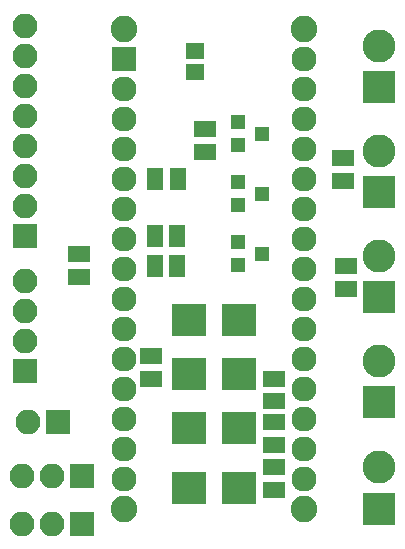
<source format=gbr>
G04 #@! TF.GenerationSoftware,KiCad,Pcbnew,5.0.0*
G04 #@! TF.CreationDate,2018-09-23T10:29:23+02:00*
G04 #@! TF.ProjectId,openReflow,6F70656E5265666C6F772E6B69636164,rev?*
G04 #@! TF.SameCoordinates,Original*
G04 #@! TF.FileFunction,Soldermask,Top*
G04 #@! TF.FilePolarity,Negative*
%FSLAX46Y46*%
G04 Gerber Fmt 4.6, Leading zero omitted, Abs format (unit mm)*
G04 Created by KiCad (PCBNEW 5.0.0) date Sun Sep 23 10:29:23 2018*
%MOMM*%
%LPD*%
G01*
G04 APERTURE LIST*
%ADD10R,2.100000X2.100000*%
%ADD11O,2.100000X2.100000*%
%ADD12R,1.500000X1.470000*%
%ADD13R,1.900000X1.370000*%
%ADD14R,2.900000X2.700000*%
%ADD15R,2.800000X2.800000*%
%ADD16C,2.800000*%
%ADD17R,1.370000X1.900000*%
%ADD18C,2.127200*%
%ADD19R,2.127200X2.127200*%
%ADD20C,2.250000*%
%ADD21R,1.300000X1.200000*%
G04 APERTURE END LIST*
D10*
G04 #@! TO.C,J5*
X78232000Y-128016000D03*
D11*
X75692000Y-128016000D03*
G04 #@! TD*
D12*
G04 #@! TO.C,C1*
X89789000Y-98461000D03*
X89789000Y-96611000D03*
G04 #@! TD*
D13*
G04 #@! TO.C,C3*
X102362000Y-107635000D03*
X102362000Y-105725000D03*
G04 #@! TD*
G04 #@! TO.C,C4*
X80010000Y-113853000D03*
X80010000Y-115763000D03*
G04 #@! TD*
G04 #@! TO.C,C5*
X90678000Y-105156000D03*
X90678000Y-103246000D03*
G04 #@! TD*
G04 #@! TO.C,C6*
X102616000Y-116779000D03*
X102616000Y-114869000D03*
G04 #@! TD*
D14*
G04 #@! TO.C,D1*
X89290000Y-128524000D03*
X93590000Y-128524000D03*
G04 #@! TD*
G04 #@! TO.C,D2*
X89290000Y-133604000D03*
X93590000Y-133604000D03*
G04 #@! TD*
G04 #@! TO.C,D3*
X89290000Y-123952000D03*
X93590000Y-123952000D03*
G04 #@! TD*
G04 #@! TO.C,D4*
X89290000Y-119380000D03*
X93590000Y-119380000D03*
G04 #@! TD*
D15*
G04 #@! TO.C,J1*
X105410000Y-99695000D03*
D16*
X105410000Y-96195000D03*
G04 #@! TD*
D15*
G04 #@! TO.C,J2*
X105410000Y-108585000D03*
D16*
X105410000Y-105085000D03*
G04 #@! TD*
D15*
G04 #@! TO.C,J3*
X105410000Y-117475000D03*
D16*
X105410000Y-113975000D03*
G04 #@! TD*
D10*
G04 #@! TO.C,J4*
X75438000Y-112268000D03*
D11*
X75438000Y-109728000D03*
X75438000Y-107188000D03*
X75438000Y-104648000D03*
X75438000Y-102108000D03*
X75438000Y-99568000D03*
X75438000Y-97028000D03*
X75438000Y-94488000D03*
G04 #@! TD*
D10*
G04 #@! TO.C,J6*
X80264000Y-132588000D03*
D11*
X77724000Y-132588000D03*
X75184000Y-132588000D03*
G04 #@! TD*
D15*
G04 #@! TO.C,J7*
X105410000Y-135382000D03*
D16*
X105410000Y-131882000D03*
G04 #@! TD*
D15*
G04 #@! TO.C,J8*
X105410000Y-126365000D03*
D16*
X105410000Y-122865000D03*
G04 #@! TD*
D10*
G04 #@! TO.C,J9*
X80264000Y-136652000D03*
D11*
X77724000Y-136652000D03*
X75184000Y-136652000D03*
G04 #@! TD*
D13*
G04 #@! TO.C,R1*
X96520000Y-126304000D03*
X96520000Y-124394000D03*
G04 #@! TD*
G04 #@! TO.C,R2*
X96520000Y-129987000D03*
X96520000Y-128077000D03*
G04 #@! TD*
G04 #@! TO.C,R3*
X96520000Y-131887000D03*
X96520000Y-133797000D03*
G04 #@! TD*
G04 #@! TO.C,R4*
X86106000Y-122489000D03*
X86106000Y-124399000D03*
G04 #@! TD*
D17*
G04 #@! TO.C,R5*
X88331000Y-112268000D03*
X86421000Y-112268000D03*
G04 #@! TD*
D18*
G04 #@! TO.C,XA1*
X99060000Y-97282000D03*
X99060000Y-99822000D03*
X99060000Y-102362000D03*
X99060000Y-104902000D03*
X99060000Y-107442000D03*
X99060000Y-109982000D03*
X99060000Y-112522000D03*
X99060000Y-115062000D03*
X99060000Y-117602000D03*
X99060000Y-120142000D03*
X99060000Y-122682000D03*
X99060000Y-125222000D03*
X99060000Y-127762000D03*
X99060000Y-130302000D03*
X99060000Y-132842000D03*
X83820000Y-132842000D03*
X83820000Y-130302000D03*
X83820000Y-127762000D03*
X83820000Y-125222000D03*
X83820000Y-122682000D03*
X83820000Y-120142000D03*
X83820000Y-117602000D03*
X83820000Y-115062000D03*
X83820000Y-112522000D03*
X83820000Y-109982000D03*
X83820000Y-107442000D03*
X83820000Y-104902000D03*
X83820000Y-102362000D03*
X83820000Y-99822000D03*
D19*
X83820000Y-97282000D03*
D20*
X83820000Y-94742000D03*
X99060000Y-94742000D03*
X83820000Y-135382000D03*
X99060000Y-135382000D03*
G04 #@! TD*
D17*
G04 #@! TO.C,R6*
X88392000Y-107442000D03*
X86482000Y-107442000D03*
G04 #@! TD*
G04 #@! TO.C,R7*
X88331000Y-114808000D03*
X86421000Y-114808000D03*
G04 #@! TD*
D10*
G04 #@! TO.C,J10*
X75438000Y-123698000D03*
D11*
X75438000Y-121158000D03*
X75438000Y-118618000D03*
X75438000Y-116078000D03*
G04 #@! TD*
D21*
G04 #@! TO.C,Q1*
X93488000Y-112842000D03*
X93488000Y-114742000D03*
X95488000Y-113792000D03*
G04 #@! TD*
G04 #@! TO.C,Q2*
X95504000Y-108712000D03*
X93504000Y-109662000D03*
X93504000Y-107762000D03*
G04 #@! TD*
G04 #@! TO.C,Q3*
X93488000Y-102682000D03*
X93488000Y-104582000D03*
X95488000Y-103632000D03*
G04 #@! TD*
M02*

</source>
